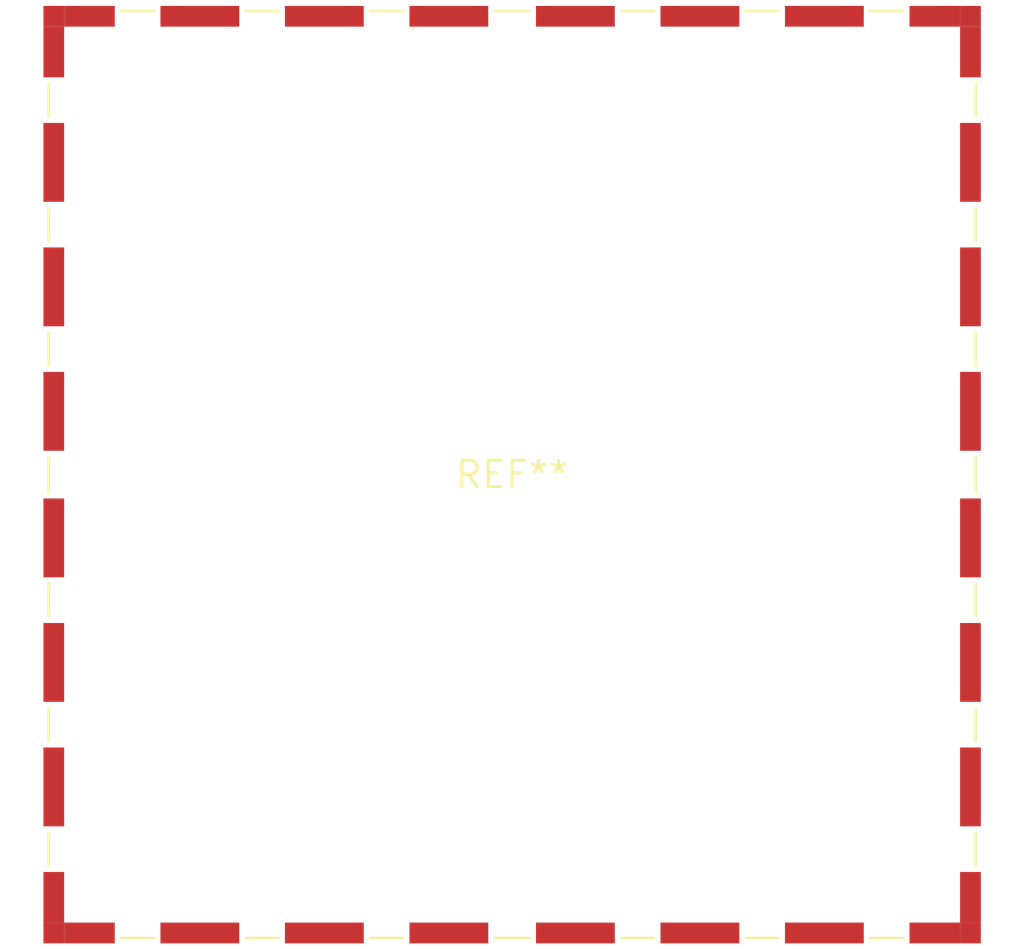
<source format=kicad_pcb>
(kicad_pcb (version 20240108) (generator pcbnew)
  (layers (0 "F.Cu" signal) (31 "B.Cu" signal) (34 "B.Paste" user) (35 "F.Paste" user) (36 "B.SilkS" user "B.Silkscreen") (37 "F.SilkS" user "F.Silkscreen") (38 "B.Mask" user) (39 "F.Mask" user) (44 "Edge.Cuts" user))
  (net 0 "")
  (footprint "Laird_Technologies_BMI-S-207-F_44.37x44.37mm" (layer "F.Cu") (at 0 0)
    (property "Reference" "REF**")
    (property "Value" "Laird_Technologies_BMI-S-207-F_44.37x44.37mm")
    (fp_line (start -22.335 -18.85) (end -22.335 -17.25) (layer "F.SilkS") (stroke (width 0.12)))
    (fp_line (start -22.335 -12.85) (end -22.335 -11.25) (layer "F.SilkS") (stroke (width 0.12)))
    (fp_line (start -22.335 -6.85) (end -22.335 -5.25) (layer "F.SilkS") (stroke (width 0.12)))
    (fp_line (start -22.335 -0.85) (end -22.335 0.85) (layer "F.SilkS") (stroke (width 0.12)))
    (fp_line (start -22.335 5.25) (end -22.335 6.85) (layer "F.SilkS") (stroke (width 0.12)))
    (fp_line (start -22.335 11.25) (end -22.335 12.85) (layer "F.SilkS") (stroke (width 0.12)))
    (fp_line (start -22.335 17.25) (end -22.335 18.85) (layer "F.SilkS") (stroke (width 0.12)))
    (fp_line (start -18.85 -22.335) (end -17.25 -22.335) (layer "F.SilkS") (stroke (width 0.12)))
    (fp_line (start -18.85 22.335) (end -17.25 22.335) (layer "F.SilkS") (stroke (width 0.12)))
    (fp_line (start -12.85 -22.335) (end -11.25 -22.335) (layer "F.SilkS") (stroke (width 0.12)))
    (fp_line (start -12.85 22.335) (end -11.25 22.335) (layer "F.SilkS") (stroke (width 0.12)))
    (fp_line (start -6.85 -22.335) (end -5.25 -22.335) (layer "F.SilkS") (stroke (width 0.12)))
    (fp_line (start -6.85 22.335) (end -5.25 22.335) (layer "F.SilkS") (stroke (width 0.12)))
    (fp_line (start -0.85 -22.335) (end 0.85 -22.335) (layer "F.SilkS") (stroke (width 0.12)))
    (fp_line (start -0.85 22.335) (end 0.85 22.335) (layer "F.SilkS") (stroke (width 0.12)))
    (fp_line (start 5.25 -22.335) (end 6.85 -22.335) (layer "F.SilkS") (stroke (width 0.12)))
    (fp_line (start 5.25 22.335) (end 6.85 22.335) (layer "F.SilkS") (stroke (width 0.12)))
    (fp_line (start 11.25 -22.335) (end 12.85 -22.335) (layer "F.SilkS") (stroke (width 0.12)))
    (fp_line (start 11.25 22.335) (end 12.85 22.335) (layer "F.SilkS") (stroke (width 0.12)))
    (fp_line (start 17.25 -22.335) (end 18.85 -22.335) (layer "F.SilkS") (stroke (width 0.12)))
    (fp_line (start 17.25 22.335) (end 18.85 22.335) (layer "F.SilkS") (stroke (width 0.12)))
    (fp_line (start 22.335 -18.85) (end 22.335 -17.25) (layer "F.SilkS") (stroke (width 0.12)))
    (fp_line (start 22.335 -12.85) (end 22.335 -11.25) (layer "F.SilkS") (stroke (width 0.12)))
    (fp_line (start 22.335 -6.85) (end 22.335 -5.25) (layer "F.SilkS") (stroke (width 0.12)))
    (fp_line (start 22.335 -0.85) (end 22.335 0.85) (layer "F.SilkS") (stroke (width 0.12)))
    (fp_line (start 22.335 5.25) (end 22.335 6.85) (layer "F.SilkS") (stroke (width 0.12)))
    (fp_line (start 22.335 11.25) (end 22.335 12.85) (layer "F.SilkS") (stroke (width 0.12)))
    (fp_line (start 22.335 17.25) (end 22.335 18.85) (layer "F.SilkS") (stroke (width 0.12)))
    (pad "1" smd rect (at -22.09 -22.09) (size 1 1) (layers "F.Cu" "F.Paste" "F.Mask"))
    (pad "1" smd rect (at -22.09 -20.37) (size 1 2.44) (layers "F.Cu" "F.Paste" "F.Mask"))
    (pad "1" smd rect (at -22.09 -15.05) (size 1 3.8) (layers "F.Cu" "F.Paste" "F.Mask"))
    (pad "1" smd rect (at -22.09 -9.05) (size 1 3.8) (layers "F.Cu" "F.Paste" "F.Mask"))
    (pad "1" smd rect (at -22.09 -3.05) (size 1 3.8) (layers "F.Cu" "F.Paste" "F.Mask"))
    (pad "1" smd rect (at -22.09 3.05) (size 1 3.8) (layers "F.Cu" "F.Paste" "F.Mask"))
    (pad "1" smd rect (at -22.09 9.05) (size 1 3.8) (layers "F.Cu" "F.Paste" "F.Mask"))
    (pad "1" smd rect (at -22.09 15.05) (size 1 3.8) (layers "F.Cu" "F.Paste" "F.Mask"))
    (pad "1" smd rect (at -22.09 20.37) (size 1 2.44) (layers "F.Cu" "F.Paste" "F.Mask"))
    (pad "1" smd rect (at -22.09 22.09) (size 1 1) (layers "F.Cu" "F.Paste" "F.Mask"))
    (pad "1" smd rect (at -20.37 -22.09) (size 2.44 1) (layers "F.Cu" "F.Paste" "F.Mask"))
    (pad "1" smd rect (at -20.37 22.09) (size 2.44 1) (layers "F.Cu" "F.Paste" "F.Mask"))
    (pad "1" smd rect (at -15.05 -22.09) (size 3.8 1) (layers "F.Cu" "F.Paste" "F.Mask"))
    (pad "1" smd rect (at -15.05 22.09) (size 3.8 1) (layers "F.Cu" "F.Paste" "F.Mask"))
    (pad "1" smd rect (at -9.05 -22.09) (size 3.8 1) (layers "F.Cu" "F.Paste" "F.Mask"))
    (pad "1" smd rect (at -9.05 22.09) (size 3.8 1) (layers "F.Cu" "F.Paste" "F.Mask"))
    (pad "1" smd rect (at -3.05 -22.09) (size 3.8 1) (layers "F.Cu" "F.Paste" "F.Mask"))
    (pad "1" smd rect (at -3.05 22.09) (size 3.8 1) (layers "F.Cu" "F.Paste" "F.Mask"))
    (pad "1" smd rect (at 3.05 -22.09) (size 3.8 1) (layers "F.Cu" "F.Paste" "F.Mask"))
    (pad "1" smd rect (at 3.05 22.09) (size 3.8 1) (layers "F.Cu" "F.Paste" "F.Mask"))
    (pad "1" smd rect (at 9.05 -22.09) (size 3.8 1) (layers "F.Cu" "F.Paste" "F.Mask"))
    (pad "1" smd rect (at 9.05 22.09) (size 3.8 1) (layers "F.Cu" "F.Paste" "F.Mask"))
    (pad "1" smd rect (at 15.05 -22.09) (size 3.8 1) (layers "F.Cu" "F.Paste" "F.Mask"))
    (pad "1" smd rect (at 15.05 22.09) (size 3.8 1) (layers "F.Cu" "F.Paste" "F.Mask"))
    (pad "1" smd rect (at 20.37 -22.09) (size 2.44 1) (layers "F.Cu" "F.Paste" "F.Mask"))
    (pad "1" smd rect (at 20.37 22.09) (size 2.44 1) (layers "F.Cu" "F.Paste" "F.Mask"))
    (pad "1" smd rect (at 22.09 -22.09) (size 1 1) (layers "F.Cu" "F.Paste" "F.Mask"))
    (pad "1" smd rect (at 22.09 -20.37) (size 1 2.44) (layers "F.Cu" "F.Paste" "F.Mask"))
    (pad "1" smd rect (at 22.09 -15.05) (size 1 3.8) (layers "F.Cu" "F.Paste" "F.Mask"))
    (pad "1" smd rect (at 22.09 -9.05) (size 1 3.8) (layers "F.Cu" "F.Paste" "F.Mask"))
    (pad "1" smd rect (at 22.09 -3.05) (size 1 3.8) (layers "F.Cu" "F.Paste" "F.Mask"))
    (pad "1" smd rect (at 22.09 3.05) (size 1 3.8) (layers "F.Cu" "F.Paste" "F.Mask"))
    (pad "1" smd rect (at 22.09 9.05) (size 1 3.8) (layers "F.Cu" "F.Paste" "F.Mask"))
    (pad "1" smd rect (at 22.09 15.05) (size 1 3.8) (layers "F.Cu" "F.Paste" "F.Mask"))
    (pad "1" smd rect (at 22.09 20.37) (size 1 2.44) (layers "F.Cu" "F.Paste" "F.Mask"))
    (pad "1" smd rect (at 22.09 22.09) (size 1 1) (layers "F.Cu" "F.Paste" "F.Mask"))
  )
)
</source>
